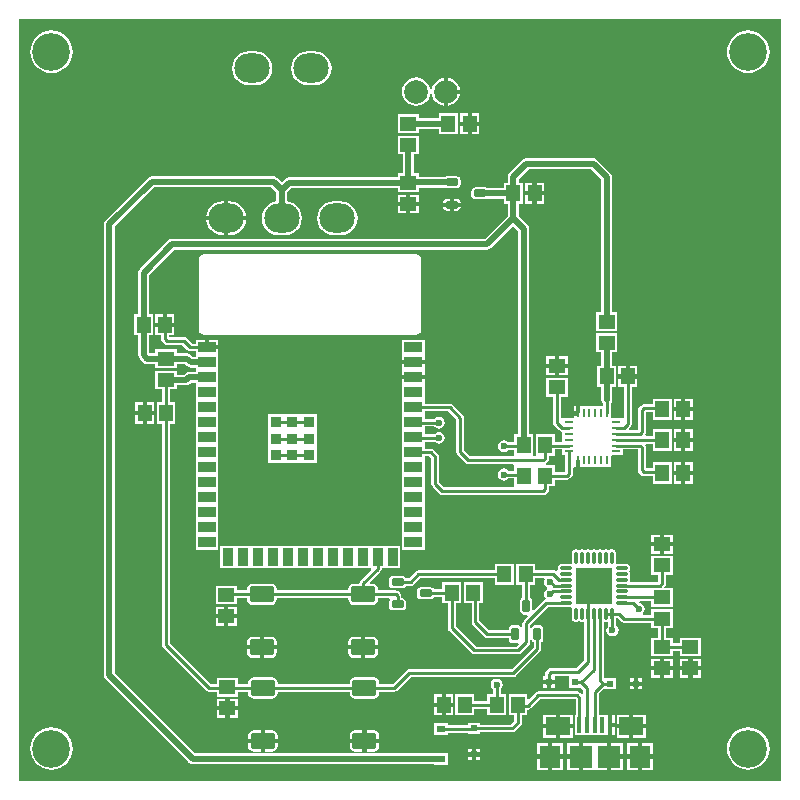
<source format=gtl>
G04*
G04 #@! TF.GenerationSoftware,Altium Limited,Altium Designer,21.8.1 (53)*
G04*
G04 Layer_Physical_Order=1*
G04 Layer_Color=255*
%FSLAX43Y43*%
%MOMM*%
G71*
G04*
G04 #@! TF.SameCoordinates,061CAFB7-BDB9-4B98-80DD-AB2B8D11B62C*
G04*
G04*
G04 #@! TF.FilePolarity,Positive*
G04*
G01*
G75*
%ADD36C,0.600*%
%ADD38C,3.200*%
%ADD39R,1.400X1.200*%
%ADD40R,1.200X1.400*%
G04:AMPARAMS|DCode=41|XSize=0.6mm|YSize=1.1mm|CornerRadius=0.12mm|HoleSize=0mm|Usage=FLASHONLY|Rotation=90.000|XOffset=0mm|YOffset=0mm|HoleType=Round|Shape=RoundedRectangle|*
%AMROUNDEDRECTD41*
21,1,0.600,0.860,0,0,90.0*
21,1,0.360,1.100,0,0,90.0*
1,1,0.240,0.430,0.180*
1,1,0.240,0.430,-0.180*
1,1,0.240,-0.430,-0.180*
1,1,0.240,-0.430,0.180*
%
%ADD41ROUNDEDRECTD41*%
%ADD42R,0.600X0.600*%
%ADD43R,0.600X0.600*%
%ADD44R,0.750X0.600*%
G04:AMPARAMS|DCode=45|XSize=2.1mm|YSize=1.4mm|CornerRadius=0.28mm|HoleSize=0mm|Usage=FLASHONLY|Rotation=180.000|XOffset=0mm|YOffset=0mm|HoleType=Round|Shape=RoundedRectangle|*
%AMROUNDEDRECTD45*
21,1,2.100,0.840,0,0,180.0*
21,1,1.540,1.400,0,0,180.0*
1,1,0.560,-0.770,0.420*
1,1,0.560,0.770,0.420*
1,1,0.560,0.770,-0.420*
1,1,0.560,-0.770,-0.420*
%
%ADD45ROUNDEDRECTD45*%
%ADD46R,1.900X1.900*%
%ADD47R,0.400X1.350*%
%ADD48R,2.100X1.600*%
%ADD49R,1.800X1.900*%
G04:AMPARAMS|DCode=50|XSize=0.6mm|YSize=1.1mm|CornerRadius=0.12mm|HoleSize=0mm|Usage=FLASHONLY|Rotation=180.000|XOffset=0mm|YOffset=0mm|HoleType=Round|Shape=RoundedRectangle|*
%AMROUNDEDRECTD50*
21,1,0.600,0.860,0,0,180.0*
21,1,0.360,1.100,0,0,180.0*
1,1,0.240,-0.180,0.430*
1,1,0.240,0.180,0.430*
1,1,0.240,0.180,-0.430*
1,1,0.240,-0.180,-0.430*
%
%ADD50ROUNDEDRECTD50*%
G04:AMPARAMS|DCode=51|XSize=0.97mm|YSize=0.26mm|CornerRadius=0.033mm|HoleSize=0mm|Usage=FLASHONLY|Rotation=180.000|XOffset=0mm|YOffset=0mm|HoleType=Round|Shape=RoundedRectangle|*
%AMROUNDEDRECTD51*
21,1,0.970,0.195,0,0,180.0*
21,1,0.905,0.260,0,0,180.0*
1,1,0.065,-0.453,0.098*
1,1,0.065,0.453,0.098*
1,1,0.065,0.453,-0.098*
1,1,0.065,-0.453,-0.098*
%
%ADD51ROUNDEDRECTD51*%
G04:AMPARAMS|DCode=52|XSize=0.97mm|YSize=0.26mm|CornerRadius=0.033mm|HoleSize=0mm|Usage=FLASHONLY|Rotation=90.000|XOffset=0mm|YOffset=0mm|HoleType=Round|Shape=RoundedRectangle|*
%AMROUNDEDRECTD52*
21,1,0.970,0.195,0,0,90.0*
21,1,0.905,0.260,0,0,90.0*
1,1,0.065,0.098,0.453*
1,1,0.065,0.098,-0.453*
1,1,0.065,-0.098,-0.453*
1,1,0.065,-0.098,0.453*
%
%ADD52ROUNDEDRECTD52*%
%ADD53R,3.150X3.150*%
%ADD54R,0.280X0.790*%
%ADD55R,0.790X0.280*%
%ADD56R,0.900X1.500*%
%ADD57R,1.500X0.900*%
%ADD58R,0.900X0.900*%
%ADD59C,0.250*%
%ADD60C,0.500*%
%ADD61C,2.000*%
%ADD62O,3.000X2.500*%
%ADD63C,0.500*%
G36*
X64745Y255D02*
X255D01*
Y64745D01*
X64745D01*
Y255D01*
D02*
G37*
%LPC*%
G36*
X62000Y63809D02*
X61647Y63774D01*
X61308Y63671D01*
X60995Y63504D01*
X60721Y63279D01*
X60496Y63005D01*
X60329Y62692D01*
X60226Y62353D01*
X60191Y62000D01*
X60226Y61647D01*
X60329Y61308D01*
X60496Y60995D01*
X60721Y60721D01*
X60995Y60496D01*
X61308Y60329D01*
X61647Y60226D01*
X62000Y60191D01*
X62353Y60226D01*
X62692Y60329D01*
X63005Y60496D01*
X63279Y60721D01*
X63504Y60995D01*
X63671Y61308D01*
X63774Y61647D01*
X63809Y62000D01*
X63774Y62353D01*
X63671Y62692D01*
X63504Y63005D01*
X63279Y63279D01*
X63005Y63504D01*
X62692Y63671D01*
X62353Y63774D01*
X62000Y63809D01*
D02*
G37*
G36*
X3000D02*
X2647Y63774D01*
X2308Y63671D01*
X1995Y63504D01*
X1721Y63279D01*
X1496Y63005D01*
X1329Y62692D01*
X1226Y62353D01*
X1191Y62000D01*
X1226Y61647D01*
X1329Y61308D01*
X1496Y60995D01*
X1721Y60721D01*
X1995Y60496D01*
X2308Y60329D01*
X2647Y60226D01*
X3000Y60191D01*
X3353Y60226D01*
X3692Y60329D01*
X4005Y60496D01*
X4279Y60721D01*
X4504Y60995D01*
X4671Y61308D01*
X4774Y61647D01*
X4809Y62000D01*
X4774Y62353D01*
X4671Y62692D01*
X4504Y63005D01*
X4279Y63279D01*
X4005Y63504D01*
X3692Y63671D01*
X3353Y63774D01*
X3000Y63809D01*
D02*
G37*
G36*
X25250Y62063D02*
X24750D01*
X24371Y62013D01*
X24019Y61867D01*
X23716Y61634D01*
X23483Y61331D01*
X23337Y60979D01*
X23287Y60600D01*
X23337Y60221D01*
X23483Y59869D01*
X23716Y59566D01*
X24019Y59333D01*
X24371Y59187D01*
X24750Y59137D01*
X25250D01*
X25629Y59187D01*
X25981Y59333D01*
X26284Y59566D01*
X26517Y59869D01*
X26663Y60221D01*
X26713Y60600D01*
X26663Y60979D01*
X26517Y61331D01*
X26284Y61634D01*
X25981Y61867D01*
X25629Y62013D01*
X25250Y62063D01*
D02*
G37*
G36*
X20250D02*
X19750D01*
X19371Y62013D01*
X19019Y61867D01*
X18716Y61634D01*
X18483Y61331D01*
X18337Y60979D01*
X18287Y60600D01*
X18337Y60221D01*
X18483Y59869D01*
X18716Y59566D01*
X19019Y59333D01*
X19371Y59187D01*
X19750Y59137D01*
X20250D01*
X20629Y59187D01*
X20981Y59333D01*
X21284Y59566D01*
X21517Y59869D01*
X21663Y60221D01*
X21713Y60600D01*
X21663Y60979D01*
X21517Y61331D01*
X21284Y61634D01*
X20981Y61867D01*
X20629Y62013D01*
X20250Y62063D01*
D02*
G37*
G36*
X36561Y59802D02*
Y58790D01*
X37573D01*
X37555Y58928D01*
X37434Y59220D01*
X37242Y59470D01*
X36991Y59663D01*
X36699Y59784D01*
X36561Y59802D01*
D02*
G37*
G36*
X37573Y58440D02*
X36561D01*
Y57427D01*
X36699Y57446D01*
X36991Y57566D01*
X37242Y57759D01*
X37434Y58009D01*
X37555Y58301D01*
X37573Y58440D01*
D02*
G37*
G36*
X33886Y59825D02*
X33573Y59784D01*
X33281Y59663D01*
X33030Y59470D01*
X32838Y59220D01*
X32717Y58928D01*
X32676Y58615D01*
X32717Y58301D01*
X32838Y58009D01*
X33030Y57759D01*
X33281Y57566D01*
X33573Y57446D01*
X33886Y57404D01*
X34199Y57446D01*
X34491Y57566D01*
X34742Y57759D01*
X34934Y58009D01*
X35055Y58301D01*
X35072Y58429D01*
X35200D01*
X35217Y58301D01*
X35338Y58009D01*
X35530Y57759D01*
X35781Y57566D01*
X36073Y57446D01*
X36211Y57427D01*
Y58615D01*
Y59802D01*
X36073Y59784D01*
X35781Y59663D01*
X35530Y59470D01*
X35338Y59220D01*
X35217Y58928D01*
X35200Y58800D01*
X35072D01*
X35055Y58928D01*
X34934Y59220D01*
X34742Y59470D01*
X34491Y59663D01*
X34199Y59784D01*
X33886Y59825D01*
D02*
G37*
G36*
X37400Y56800D02*
X35800D01*
Y56359D01*
X34100D01*
Y56700D01*
X32300D01*
Y55100D01*
X34100D01*
Y55441D01*
X35800D01*
Y55000D01*
X37400D01*
Y56800D01*
D02*
G37*
G36*
X39200D02*
X38575D01*
Y56075D01*
X39200D01*
Y56800D01*
D02*
G37*
G36*
X38225D02*
X37600D01*
Y56075D01*
X38225D01*
Y56800D01*
D02*
G37*
G36*
X39200Y55725D02*
X38575D01*
Y55000D01*
X39200D01*
Y55725D01*
D02*
G37*
G36*
X38225D02*
X37600D01*
Y55000D01*
X38225D01*
Y55725D01*
D02*
G37*
G36*
X34100Y54900D02*
X32300D01*
Y53300D01*
X32741D01*
Y51700D01*
X32300D01*
Y51359D01*
X23093D01*
X22917Y51324D01*
X22768Y51224D01*
X22500Y50956D01*
X22132Y51324D01*
X21983Y51424D01*
X21807Y51459D01*
X11500D01*
X11324Y51424D01*
X11176Y51324D01*
X7576Y47724D01*
X7476Y47576D01*
X7441Y47400D01*
Y9200D01*
X7476Y9024D01*
X7576Y8876D01*
X14646Y1806D01*
X14794Y1706D01*
X14970Y1671D01*
X35425D01*
Y1630D01*
X36575D01*
Y2630D01*
X35425D01*
Y2589D01*
X15160D01*
X8359Y9390D01*
Y47210D01*
X11690Y50541D01*
X21617D01*
X22041Y50117D01*
Y49335D01*
X21871Y49313D01*
X21519Y49167D01*
X21216Y48934D01*
X20983Y48631D01*
X20837Y48279D01*
X20787Y47900D01*
X20837Y47521D01*
X20983Y47169D01*
X21216Y46866D01*
X21519Y46633D01*
X21871Y46487D01*
X22250Y46437D01*
X22750D01*
X23129Y46487D01*
X23481Y46633D01*
X23784Y46866D01*
X24017Y47169D01*
X24163Y47521D01*
X24213Y47900D01*
X24163Y48279D01*
X24017Y48631D01*
X23784Y48934D01*
X23481Y49167D01*
X23129Y49313D01*
X22959Y49335D01*
Y50117D01*
X23283Y50441D01*
X32300D01*
Y50100D01*
X34100D01*
Y50466D01*
X36357D01*
X36470Y50444D01*
X37330D01*
X37455Y50469D01*
X37561Y50539D01*
X37631Y50645D01*
X37656Y50770D01*
Y51130D01*
X37631Y51255D01*
X37561Y51361D01*
X37455Y51431D01*
X37330Y51456D01*
X36470D01*
X36345Y51431D01*
X36274Y51384D01*
X34100D01*
Y51700D01*
X33659D01*
Y53300D01*
X34100D01*
Y54900D01*
D02*
G37*
G36*
X44700Y50900D02*
X44075D01*
Y50175D01*
X44700D01*
Y50900D01*
D02*
G37*
G36*
X43725D02*
X43100D01*
Y50175D01*
X43725D01*
Y50900D01*
D02*
G37*
G36*
X34100Y49900D02*
X33375D01*
Y49275D01*
X34100D01*
Y49900D01*
D02*
G37*
G36*
X33025D02*
X32300D01*
Y49275D01*
X33025D01*
Y49900D01*
D02*
G37*
G36*
X37330Y49556D02*
X37075D01*
Y49225D01*
X37656D01*
Y49230D01*
X37631Y49355D01*
X37561Y49461D01*
X37455Y49531D01*
X37330Y49556D01*
D02*
G37*
G36*
X36725D02*
X36470D01*
X36345Y49531D01*
X36239Y49461D01*
X36169Y49355D01*
X36144Y49230D01*
Y49225D01*
X36725D01*
Y49556D01*
D02*
G37*
G36*
X44700Y49825D02*
X44075D01*
Y49100D01*
X44700D01*
Y49825D01*
D02*
G37*
G36*
X43725D02*
X43100D01*
Y49100D01*
X43725D01*
Y49825D01*
D02*
G37*
G36*
X37656Y48875D02*
X37075D01*
Y48544D01*
X37330D01*
X37455Y48569D01*
X37561Y48639D01*
X37631Y48745D01*
X37656Y48870D01*
Y48875D01*
D02*
G37*
G36*
X36725D02*
X36144D01*
Y48870D01*
X36169Y48745D01*
X36239Y48639D01*
X36345Y48569D01*
X36470Y48544D01*
X36725D01*
Y48875D01*
D02*
G37*
G36*
X34100Y48925D02*
X33375D01*
Y48300D01*
X34100D01*
Y48925D01*
D02*
G37*
G36*
X33025D02*
X32300D01*
Y48300D01*
X33025D01*
Y48925D01*
D02*
G37*
G36*
X18050Y49363D02*
X17975D01*
Y48075D01*
X19489D01*
X19463Y48279D01*
X19317Y48631D01*
X19084Y48934D01*
X18781Y49167D01*
X18429Y49313D01*
X18050Y49363D01*
D02*
G37*
G36*
X17625D02*
X17550D01*
X17171Y49313D01*
X16819Y49167D01*
X16516Y48934D01*
X16283Y48631D01*
X16137Y48279D01*
X16111Y48075D01*
X17625D01*
Y49363D01*
D02*
G37*
G36*
X27450D02*
X26950D01*
X26571Y49313D01*
X26219Y49167D01*
X25916Y48934D01*
X25683Y48631D01*
X25537Y48279D01*
X25487Y47900D01*
X25537Y47521D01*
X25683Y47169D01*
X25916Y46866D01*
X26219Y46633D01*
X26571Y46487D01*
X26950Y46437D01*
X27450D01*
X27829Y46487D01*
X28181Y46633D01*
X28484Y46866D01*
X28717Y47169D01*
X28863Y47521D01*
X28913Y47900D01*
X28863Y48279D01*
X28717Y48631D01*
X28484Y48934D01*
X28181Y49167D01*
X27829Y49313D01*
X27450Y49363D01*
D02*
G37*
G36*
X19489Y47725D02*
X17975D01*
Y46437D01*
X18050D01*
X18429Y46487D01*
X18781Y46633D01*
X19084Y46866D01*
X19317Y47169D01*
X19463Y47521D01*
X19489Y47725D01*
D02*
G37*
G36*
X17625D02*
X16111D01*
X16137Y47521D01*
X16283Y47169D01*
X16516Y46866D01*
X16819Y46633D01*
X17171Y46487D01*
X17550Y46437D01*
X17625D01*
Y47725D01*
D02*
G37*
G36*
X13400Y39775D02*
X12775D01*
Y39050D01*
X13400D01*
Y39775D01*
D02*
G37*
G36*
X12425D02*
X11800D01*
Y39050D01*
X12425D01*
Y39775D01*
D02*
G37*
G36*
X48900Y52959D02*
X43200D01*
X43024Y52924D01*
X42876Y52824D01*
X41776Y51724D01*
X41676Y51576D01*
X41641Y51400D01*
Y50900D01*
X41300D01*
Y50459D01*
X39889D01*
X39855Y50481D01*
X39730Y50506D01*
X38870D01*
X38745Y50481D01*
X38639Y50411D01*
X38569Y50305D01*
X38544Y50180D01*
Y49820D01*
X38569Y49695D01*
X38639Y49589D01*
X38745Y49519D01*
X38870Y49494D01*
X39730D01*
X39855Y49519D01*
X39889Y49541D01*
X41300D01*
Y49100D01*
X41641D01*
Y48090D01*
X39710Y46159D01*
X13200D01*
X13024Y46124D01*
X12876Y46024D01*
X10476Y43624D01*
X10376Y43476D01*
X10341Y43300D01*
Y39775D01*
X10000D01*
Y37975D01*
X10341D01*
Y36300D01*
X10376Y36124D01*
X10476Y35976D01*
X10776Y35676D01*
X10924Y35576D01*
X11100Y35541D01*
X11800D01*
Y35200D01*
X13600D01*
Y35541D01*
X14310D01*
X14486Y35366D01*
X14634Y35266D01*
X14810Y35231D01*
X15200D01*
Y34879D01*
X14620D01*
X14444Y34844D01*
X14296Y34744D01*
X14210Y34659D01*
X13600D01*
Y35000D01*
X11800D01*
Y33400D01*
X12369D01*
Y32300D01*
X11900D01*
Y30500D01*
X12369D01*
Y11800D01*
X12394Y11673D01*
X12466Y11566D01*
X16128Y7904D01*
X16235Y7832D01*
X16362Y7807D01*
X17000D01*
Y7400D01*
X18800D01*
Y7807D01*
X19641D01*
Y7718D01*
X19678Y7531D01*
X19784Y7372D01*
X19943Y7266D01*
X20130Y7229D01*
X21670D01*
X21857Y7266D01*
X22016Y7372D01*
X22122Y7531D01*
X22159Y7718D01*
Y7807D01*
X28241D01*
Y7718D01*
X28278Y7531D01*
X28384Y7372D01*
X28543Y7266D01*
X28730Y7229D01*
X30270D01*
X30457Y7266D01*
X30616Y7372D01*
X30722Y7531D01*
X30759Y7718D01*
Y7807D01*
X32038D01*
X32165Y7832D01*
X32272Y7904D01*
X33437Y9069D01*
X42100D01*
X42227Y9094D01*
X42334Y9166D01*
X44384Y11216D01*
X44456Y11323D01*
X44481Y11450D01*
Y11986D01*
X44561Y12039D01*
X44631Y12145D01*
X44656Y12270D01*
Y13130D01*
X44631Y13255D01*
X44561Y13361D01*
X44455Y13431D01*
X44330Y13456D01*
X43970D01*
X43845Y13431D01*
X43739Y13361D01*
X43669Y13255D01*
X43658Y13204D01*
X43531Y13216D01*
Y13463D01*
X45037Y14969D01*
X46091D01*
X46107Y14965D01*
X46982D01*
X47048Y14918D01*
X47095Y14852D01*
Y13977D01*
X47113Y13887D01*
X47165Y13810D01*
X47242Y13758D01*
X47333Y13740D01*
X47528D01*
X47618Y13758D01*
X47680Y13800D01*
X47742Y13758D01*
X47833Y13740D01*
X48028D01*
X48099Y13682D01*
Y10467D01*
X47463Y9831D01*
X45300D01*
X45173Y9806D01*
X45066Y9734D01*
X44866Y9534D01*
X44794Y9427D01*
X44769Y9300D01*
Y9100D01*
X44600D01*
Y8775D01*
X45600D01*
Y9100D01*
X45699Y9169D01*
X46701D01*
X46800Y9100D01*
Y8100D01*
X47800D01*
X47800Y8100D01*
Y8100D01*
X47916Y8065D01*
X48019Y7963D01*
Y7630D01*
X47892Y7577D01*
X47734Y7734D01*
X47627Y7806D01*
X47500Y7831D01*
X44200D01*
X44073Y7806D01*
X43966Y7734D01*
X43417Y7186D01*
X43300Y7235D01*
Y7600D01*
X41700D01*
Y5800D01*
X42169D01*
Y5337D01*
X41863Y5031D01*
X39300D01*
Y5200D01*
X38300D01*
Y5016D01*
X36575D01*
Y5170D01*
X35425D01*
Y4170D01*
X36575D01*
Y4354D01*
X38300D01*
Y4200D01*
X39300D01*
Y4369D01*
X42000D01*
X42127Y4394D01*
X42234Y4466D01*
X42734Y4966D01*
X42806Y5073D01*
X42831Y5200D01*
Y5800D01*
X43300D01*
Y6297D01*
X43329D01*
X43455Y6322D01*
X43563Y6394D01*
X44337Y7169D01*
X47363D01*
X47369Y7163D01*
Y5875D01*
X47300D01*
Y4125D01*
X50125D01*
Y5000D01*
Y5875D01*
X49331D01*
Y7663D01*
X49707Y8038D01*
X49800Y8000D01*
Y8000D01*
X50800D01*
Y9000D01*
X49800D01*
X49761Y9111D01*
Y13682D01*
X49833Y13740D01*
X50028D01*
X50099Y13682D01*
Y13299D01*
X50029Y13195D01*
X49990Y13000D01*
X50029Y12805D01*
X50140Y12640D01*
X50305Y12529D01*
X50500Y12490D01*
X50695Y12529D01*
X50860Y12640D01*
X50971Y12805D01*
X51010Y13000D01*
X50971Y13195D01*
X50860Y13360D01*
X50761Y13427D01*
Y13961D01*
X50765Y13977D01*
Y14089D01*
X50892Y14095D01*
X51221Y13766D01*
X51328Y13694D01*
X51455Y13669D01*
X53800D01*
Y13200D01*
X54369D01*
Y12400D01*
X53800D01*
Y10800D01*
X55600D01*
Y11269D01*
X56200D01*
Y10800D01*
X58000D01*
Y12400D01*
X56200D01*
Y11931D01*
X55600D01*
Y12400D01*
X55031D01*
Y13200D01*
X55600D01*
Y14800D01*
X53800D01*
Y14331D01*
X53116D01*
X53077Y14458D01*
X53085Y14463D01*
X53195Y14629D01*
X53234Y14824D01*
X53195Y15019D01*
X53085Y15184D01*
X52920Y15295D01*
X52790Y15321D01*
X52777Y15342D01*
X52846Y15469D01*
X53800D01*
Y15000D01*
X55600D01*
Y16600D01*
X54935D01*
X54886Y16717D01*
X54934Y16766D01*
X55006Y16873D01*
X55031Y17000D01*
Y17700D01*
X55600D01*
Y19300D01*
X53800D01*
Y17700D01*
X54369D01*
Y17137D01*
X54363Y17131D01*
X52048D01*
X51990Y17202D01*
Y17397D01*
X51972Y17488D01*
X51930Y17550D01*
X51972Y17612D01*
X51990Y17702D01*
Y17897D01*
X51972Y17988D01*
X51930Y18050D01*
X51972Y18112D01*
X51990Y18202D01*
Y18397D01*
X51972Y18488D01*
X51920Y18565D01*
X51843Y18617D01*
X51752Y18635D01*
X50878D01*
X50812Y18682D01*
X50765Y18748D01*
Y19622D01*
X50747Y19713D01*
X50695Y19790D01*
X50618Y19842D01*
X50528Y19860D01*
X50333D01*
X50242Y19842D01*
X50180Y19800D01*
X50118Y19842D01*
X50028Y19860D01*
X49833D01*
X49742Y19842D01*
X49680Y19800D01*
X49618Y19842D01*
X49528Y19860D01*
X49333D01*
X49242Y19842D01*
X49180Y19800D01*
X49118Y19842D01*
X49028Y19860D01*
X48833D01*
X48742Y19842D01*
X48680Y19800D01*
X48618Y19842D01*
X48528Y19860D01*
X48333D01*
X48242Y19842D01*
X48180Y19800D01*
X48118Y19842D01*
X48028Y19860D01*
X47833D01*
X47742Y19842D01*
X47680Y19800D01*
X47618Y19842D01*
X47528Y19860D01*
X47333D01*
X47242Y19842D01*
X47165Y19790D01*
X47113Y19713D01*
X47095Y19622D01*
Y18748D01*
X47048Y18682D01*
X46982Y18635D01*
X46107D01*
X46017Y18617D01*
X45940Y18565D01*
X45888Y18488D01*
X45870Y18397D01*
Y18202D01*
X45888Y18112D01*
X45864Y18080D01*
X45734Y18034D01*
X45627Y18106D01*
X45500Y18131D01*
X43950D01*
Y18650D01*
X42350D01*
Y16850D01*
X42869D01*
Y15814D01*
X42789Y15761D01*
X42719Y15655D01*
X42694Y15530D01*
Y14670D01*
X42719Y14545D01*
X42789Y14439D01*
X42895Y14369D01*
X43020Y14344D01*
X43296D01*
X43348Y14217D01*
X42966Y13834D01*
X42894Y13727D01*
X42869Y13600D01*
Y13216D01*
X42742Y13204D01*
X42731Y13255D01*
X42661Y13361D01*
X42555Y13431D01*
X42430Y13456D01*
X42070D01*
X41945Y13431D01*
X41839Y13361D01*
X41769Y13255D01*
X41744Y13130D01*
Y13031D01*
X40037D01*
X39231Y13837D01*
Y15300D01*
X39500D01*
Y17100D01*
X37900D01*
Y15300D01*
X38569D01*
Y13700D01*
X38594Y13573D01*
X38666Y13466D01*
X39666Y12466D01*
X39773Y12394D01*
X39900Y12369D01*
X41744D01*
Y12270D01*
X41769Y12145D01*
X41839Y12039D01*
X41945Y11969D01*
X42070Y11944D01*
X42430D01*
X42512Y11960D01*
X42574Y11843D01*
X42363Y11631D01*
X38937D01*
X37231Y13337D01*
Y15300D01*
X37700D01*
Y17100D01*
X36100D01*
Y16481D01*
X35414D01*
X35361Y16561D01*
X35255Y16631D01*
X35130Y16656D01*
X34270D01*
X34145Y16631D01*
X34039Y16561D01*
X33969Y16455D01*
X33944Y16330D01*
Y15970D01*
X33969Y15845D01*
X34039Y15739D01*
X34145Y15669D01*
X34270Y15644D01*
X35130D01*
X35255Y15669D01*
X35361Y15739D01*
X35414Y15819D01*
X36100D01*
Y15300D01*
X36569D01*
Y13200D01*
X36594Y13073D01*
X36666Y12966D01*
X38566Y11066D01*
X38673Y10994D01*
X38800Y10969D01*
X42500D01*
X42627Y10994D01*
X42734Y11066D01*
X43434Y11766D01*
X43506Y11873D01*
X43531Y12000D01*
Y12184D01*
X43658Y12196D01*
X43669Y12145D01*
X43739Y12039D01*
X43819Y11986D01*
Y11587D01*
X41963Y9731D01*
X33300D01*
X33173Y9706D01*
X33066Y9634D01*
X31901Y8469D01*
X30759D01*
Y8558D01*
X30722Y8745D01*
X30616Y8904D01*
X30457Y9010D01*
X30270Y9047D01*
X28730D01*
X28543Y9010D01*
X28384Y8904D01*
X28278Y8745D01*
X28241Y8558D01*
Y8469D01*
X22159D01*
Y8558D01*
X22122Y8745D01*
X22016Y8904D01*
X21857Y9010D01*
X21670Y9047D01*
X20130D01*
X19943Y9010D01*
X19784Y8904D01*
X19678Y8745D01*
X19641Y8558D01*
Y8469D01*
X18800D01*
Y9000D01*
X17000D01*
Y8469D01*
X16499D01*
X13031Y11937D01*
Y30500D01*
X13500D01*
Y32300D01*
X13031D01*
Y33400D01*
X13600D01*
Y33741D01*
X14400D01*
X14576Y33776D01*
X14724Y33876D01*
X14810Y33961D01*
X15200D01*
Y32500D01*
Y31230D01*
Y29960D01*
Y28690D01*
Y27420D01*
Y26150D01*
Y24880D01*
Y23610D01*
Y22340D01*
Y21070D01*
Y19800D01*
X17100D01*
Y21070D01*
Y22340D01*
Y23610D01*
Y24880D01*
Y26150D01*
Y27420D01*
Y28690D01*
Y29960D01*
Y31230D01*
Y32500D01*
Y33770D01*
Y35040D01*
Y36310D01*
Y36785D01*
X16150D01*
Y36960D01*
X15975D01*
Y37610D01*
X15200D01*
Y37291D01*
X14877D01*
X14434Y37734D01*
X14327Y37806D01*
X14200Y37831D01*
X12937D01*
X12931Y37837D01*
Y37975D01*
X13400D01*
Y38700D01*
X12600D01*
X11800D01*
Y37975D01*
X12269D01*
Y37700D01*
X12294Y37573D01*
X12366Y37466D01*
X12566Y37266D01*
X12673Y37194D01*
X12800Y37169D01*
X14063D01*
X14506Y36726D01*
X14613Y36654D01*
X14740Y36629D01*
X15200D01*
Y36149D01*
X15000D01*
X14824Y36324D01*
X14676Y36424D01*
X14500Y36459D01*
X13600D01*
Y36800D01*
X11800D01*
Y36459D01*
X11290D01*
X11259Y36490D01*
Y37975D01*
X11600D01*
Y39775D01*
X11259D01*
Y43110D01*
X13390Y45241D01*
X39900D01*
X40076Y45276D01*
X40224Y45376D01*
X42100Y47251D01*
X42541Y46810D01*
Y29600D01*
X42200D01*
Y28931D01*
X41680D01*
X41660Y28960D01*
X41495Y29071D01*
X41300Y29110D01*
X41105Y29071D01*
X40940Y28960D01*
X40829Y28795D01*
X40790Y28600D01*
X40829Y28405D01*
X40940Y28240D01*
X41105Y28129D01*
X41300Y28090D01*
X41495Y28129D01*
X41660Y28240D01*
X41680Y28269D01*
X42200D01*
X42200Y27800D01*
X42101Y27731D01*
X38437D01*
X37931Y28237D01*
Y31000D01*
X37906Y31127D01*
X37834Y31234D01*
X36954Y32114D01*
X36847Y32186D01*
X36720Y32211D01*
X34600D01*
Y33770D01*
Y34245D01*
X32700D01*
Y33770D01*
Y32500D01*
Y31230D01*
Y29960D01*
Y28690D01*
Y27420D01*
Y26150D01*
Y24880D01*
Y23610D01*
Y22340D01*
Y21070D01*
Y19800D01*
X34600D01*
Y21070D01*
Y22340D01*
Y23610D01*
Y24880D01*
Y26150D01*
Y27420D01*
Y27739D01*
X34993D01*
X35169Y27563D01*
Y25400D01*
X35194Y25273D01*
X35266Y25166D01*
X35866Y24566D01*
X35973Y24494D01*
X36100Y24469D01*
X44654D01*
X44780Y24494D01*
X44888Y24566D01*
X45034Y24712D01*
X45106Y24820D01*
X45131Y24946D01*
Y25200D01*
X45600D01*
Y25769D01*
X46648D01*
X46775Y25794D01*
X46883Y25866D01*
X47064Y26047D01*
X47136Y26155D01*
X47161Y26282D01*
Y26728D01*
X47210Y26835D01*
X47375D01*
Y27430D01*
X47710D01*
Y26835D01*
X50390D01*
Y27764D01*
X50421Y27810D01*
X51365D01*
Y28319D01*
X52669D01*
Y26546D01*
X52694Y26420D01*
X52766Y26312D01*
X52912Y26166D01*
X53020Y26094D01*
X53146Y26069D01*
X53900D01*
Y25425D01*
X55500D01*
Y27225D01*
X53900D01*
Y26731D01*
X53331D01*
Y28500D01*
X53306Y28627D01*
X53263Y28692D01*
X53319Y28819D01*
X53900D01*
Y28225D01*
X55500D01*
Y30025D01*
X53900D01*
Y29481D01*
X53325D01*
X53265Y29608D01*
X53306Y29670D01*
X53331Y29796D01*
Y31469D01*
X53900D01*
Y30825D01*
X55500D01*
Y32625D01*
X53900D01*
Y32131D01*
X53146D01*
X53020Y32106D01*
X52912Y32034D01*
X52766Y31888D01*
X52694Y31780D01*
X52669Y31654D01*
Y29981D01*
X51916D01*
X51867Y30099D01*
X52034Y30266D01*
X52106Y30373D01*
X52131Y30500D01*
Y33600D01*
X52600D01*
Y34325D01*
X51800D01*
X51000D01*
Y33600D01*
X51469D01*
Y31046D01*
X51365Y30990D01*
X50421D01*
X50390Y31036D01*
Y31965D01*
X50381D01*
Y32261D01*
X50424Y32324D01*
X50459Y32500D01*
Y33600D01*
X50800D01*
Y35400D01*
X50459D01*
Y36550D01*
X50900D01*
Y38150D01*
X49100D01*
Y36550D01*
X49541D01*
Y35400D01*
X49200D01*
Y33600D01*
X49541D01*
Y32500D01*
X49576Y32324D01*
X49676Y32176D01*
X49719Y32147D01*
Y31965D01*
X47710D01*
Y31370D01*
X47550D01*
Y31195D01*
X47210D01*
Y31036D01*
X47179Y30990D01*
X46235D01*
X46131Y31046D01*
Y32800D01*
X46700D01*
Y34400D01*
X44900D01*
Y32800D01*
X45469D01*
Y30600D01*
X45494Y30473D01*
X45566Y30366D01*
X46001Y29931D01*
X46108Y29859D01*
X46235Y29834D01*
Y28981D01*
X45600D01*
Y29600D01*
X44000D01*
Y27800D01*
X43901Y27731D01*
X43899D01*
X43800Y27800D01*
X43800Y27858D01*
Y29600D01*
X43459D01*
Y47000D01*
X43424Y47176D01*
X43324Y47324D01*
X42559Y48090D01*
Y49100D01*
X42900D01*
Y50900D01*
X42559D01*
Y51210D01*
X43390Y52041D01*
X48710D01*
X49541Y51210D01*
Y39950D01*
X49100D01*
Y38350D01*
X50900D01*
Y39950D01*
X50459D01*
Y51400D01*
X50424Y51576D01*
X50324Y51724D01*
X49224Y52824D01*
X49076Y52924D01*
X48900Y52959D01*
D02*
G37*
G36*
X33900Y44858D02*
X15900D01*
X15744Y44827D01*
X15612Y44738D01*
X15523Y44606D01*
X15492Y44450D01*
Y38450D01*
X15523Y38294D01*
X15612Y38162D01*
X15744Y38073D01*
X15900Y38042D01*
X33900D01*
X34056Y38073D01*
X34188Y38162D01*
X34277Y38294D01*
X34308Y38450D01*
Y44450D01*
X34277Y44606D01*
X34188Y44738D01*
X34056Y44827D01*
X33900Y44858D01*
D02*
G37*
G36*
X17100Y37610D02*
X16325D01*
Y37135D01*
X17100D01*
Y37610D01*
D02*
G37*
G36*
X34600D02*
X32700D01*
Y36310D01*
Y35865D01*
X34600D01*
Y36310D01*
Y37610D01*
D02*
G37*
G36*
X46700Y36200D02*
X45975D01*
Y35575D01*
X46700D01*
Y36200D01*
D02*
G37*
G36*
X45625D02*
X44900D01*
Y35575D01*
X45625D01*
Y36200D01*
D02*
G37*
G36*
X52600Y35400D02*
X51975D01*
Y34675D01*
X52600D01*
Y35400D01*
D02*
G37*
G36*
X51625D02*
X51000D01*
Y34675D01*
X51625D01*
Y35400D01*
D02*
G37*
G36*
X46700Y35225D02*
X45975D01*
Y34600D01*
X46700D01*
Y35225D01*
D02*
G37*
G36*
X45625D02*
X44900D01*
Y34600D01*
X45625D01*
Y35225D01*
D02*
G37*
G36*
X34600Y35515D02*
X32700D01*
Y35040D01*
Y34595D01*
X34600D01*
Y35040D01*
Y35515D01*
D02*
G37*
G36*
X57300Y32625D02*
X56675D01*
Y31900D01*
X57300D01*
Y32625D01*
D02*
G37*
G36*
X56325D02*
X55700D01*
Y31900D01*
X56325D01*
Y32625D01*
D02*
G37*
G36*
X11700Y32300D02*
X11075D01*
Y31575D01*
X11700D01*
Y32300D01*
D02*
G37*
G36*
X10725D02*
X10100D01*
Y31575D01*
X10725D01*
Y32300D01*
D02*
G37*
G36*
X47375Y31965D02*
X47210D01*
Y31545D01*
X47375D01*
Y31965D01*
D02*
G37*
G36*
X57300Y31550D02*
X56675D01*
Y30825D01*
X57300D01*
Y31550D01*
D02*
G37*
G36*
X56325D02*
X55700D01*
Y30825D01*
X56325D01*
Y31550D01*
D02*
G37*
G36*
X11700Y31225D02*
X11075D01*
Y30500D01*
X11700D01*
Y31225D01*
D02*
G37*
G36*
X10725D02*
X10100D01*
Y30500D01*
X10725D01*
Y31225D01*
D02*
G37*
G36*
X57300Y30025D02*
X56675D01*
Y29300D01*
X57300D01*
Y30025D01*
D02*
G37*
G36*
X56325D02*
X55700D01*
Y29300D01*
X56325D01*
Y30025D01*
D02*
G37*
G36*
X57300Y28950D02*
X56675D01*
Y28225D01*
X57300D01*
Y28950D01*
D02*
G37*
G36*
X56325D02*
X55700D01*
Y28225D01*
X56325D01*
Y28950D01*
D02*
G37*
G36*
X22650Y31290D02*
Y31290D01*
X21350D01*
Y30017D01*
X21350Y29990D01*
Y29890D01*
X21350Y29863D01*
Y28617D01*
X21350Y28590D01*
Y28490D01*
X21350Y28463D01*
Y27190D01*
X22650D01*
Y27190D01*
X22750D01*
Y27190D01*
X24050D01*
Y27190D01*
X24150D01*
Y27190D01*
X25450D01*
Y28463D01*
X25450Y28490D01*
Y28590D01*
X25450Y28617D01*
Y29863D01*
X25450Y29890D01*
Y29990D01*
X25450Y30017D01*
Y31290D01*
X24173D01*
X24150Y31290D01*
Y31290D01*
X24050D01*
X24050Y31290D01*
X24027Y31290D01*
X22750D01*
Y31290D01*
X22650D01*
D02*
G37*
G36*
X57300Y27225D02*
X56675D01*
Y26500D01*
X57300D01*
Y27225D01*
D02*
G37*
G36*
X56325D02*
X55700D01*
Y26500D01*
X56325D01*
Y27225D01*
D02*
G37*
G36*
X57300Y26150D02*
X56675D01*
Y25425D01*
X57300D01*
Y26150D01*
D02*
G37*
G36*
X56325D02*
X55700D01*
Y25425D01*
X56325D01*
Y26150D01*
D02*
G37*
G36*
X55600Y21100D02*
X54875D01*
Y20475D01*
X55600D01*
Y21100D01*
D02*
G37*
G36*
X54525D02*
X53800D01*
Y20475D01*
X54525D01*
Y21100D01*
D02*
G37*
G36*
X55600Y20125D02*
X54875D01*
Y19500D01*
X55600D01*
Y20125D01*
D02*
G37*
G36*
X54525D02*
X53800D01*
Y19500D01*
X54525D01*
Y20125D01*
D02*
G37*
G36*
X42150Y18650D02*
X40550D01*
Y18081D01*
X34050D01*
X33923Y18056D01*
X33816Y17984D01*
X33263Y17431D01*
X33014D01*
X32961Y17511D01*
X32855Y17581D01*
X32730Y17606D01*
X31870D01*
X31745Y17581D01*
X31639Y17511D01*
X31569Y17405D01*
X31544Y17280D01*
Y16920D01*
X31569Y16795D01*
X31639Y16689D01*
X31745Y16619D01*
X31870Y16594D01*
X32730D01*
X32855Y16619D01*
X32961Y16689D01*
X33014Y16769D01*
X33400D01*
X33527Y16794D01*
X33634Y16866D01*
X34187Y17419D01*
X40550D01*
Y16850D01*
X42150D01*
Y18650D01*
D02*
G37*
G36*
X32535Y20150D02*
X17265D01*
Y18250D01*
X30015D01*
X30064Y18133D01*
X29166Y17234D01*
X29094Y17127D01*
X29069Y17000D01*
Y16971D01*
X28630D01*
X28443Y16934D01*
X28284Y16828D01*
X28178Y16669D01*
X28141Y16482D01*
Y16393D01*
X22059D01*
Y16482D01*
X22022Y16669D01*
X21916Y16828D01*
X21757Y16934D01*
X21570Y16971D01*
X20030D01*
X19843Y16934D01*
X19684Y16828D01*
X19578Y16669D01*
X19541Y16482D01*
Y16393D01*
X18700D01*
Y16800D01*
X16900D01*
Y15200D01*
X18700D01*
Y15731D01*
X19541D01*
Y15642D01*
X19578Y15455D01*
X19684Y15296D01*
X19843Y15190D01*
X20030Y15153D01*
X21570D01*
X21757Y15190D01*
X21916Y15296D01*
X22022Y15455D01*
X22059Y15642D01*
Y15731D01*
X28141D01*
Y15642D01*
X28178Y15455D01*
X28284Y15296D01*
X28443Y15190D01*
X28630Y15153D01*
X30170D01*
X30357Y15190D01*
X30516Y15296D01*
X30622Y15455D01*
X30659Y15642D01*
Y15731D01*
X31590D01*
X31626Y15642D01*
X31635Y15604D01*
X31569Y15505D01*
X31544Y15380D01*
Y15020D01*
X31569Y14895D01*
X31639Y14789D01*
X31745Y14719D01*
X31870Y14694D01*
X32730D01*
X32855Y14719D01*
X32961Y14789D01*
X33031Y14895D01*
X33056Y15020D01*
Y15380D01*
X33031Y15505D01*
X32961Y15611D01*
X32855Y15681D01*
X32730Y15706D01*
X32631D01*
Y15916D01*
X32606Y16042D01*
X32534Y16150D01*
X32388Y16296D01*
X32280Y16368D01*
X32154Y16393D01*
X30659D01*
Y16482D01*
X30622Y16669D01*
X30516Y16828D01*
X30357Y16934D01*
X30170Y16971D01*
X30006D01*
X29957Y17089D01*
X30849Y17981D01*
X30921Y18088D01*
X30946Y18215D01*
Y18250D01*
X32535D01*
Y20150D01*
D02*
G37*
G36*
X18700Y15000D02*
X17975D01*
Y14375D01*
X18700D01*
Y15000D01*
D02*
G37*
G36*
X17625D02*
X16900D01*
Y14375D01*
X17625D01*
Y15000D01*
D02*
G37*
G36*
X18700Y14025D02*
X17975D01*
Y13400D01*
X18700D01*
Y14025D01*
D02*
G37*
G36*
X17625D02*
X16900D01*
Y13400D01*
X17625D01*
Y14025D01*
D02*
G37*
G36*
X30170Y12471D02*
X29575D01*
Y11737D01*
X30659D01*
Y11982D01*
X30622Y12169D01*
X30516Y12328D01*
X30357Y12434D01*
X30170Y12471D01*
D02*
G37*
G36*
X29225D02*
X28630D01*
X28443Y12434D01*
X28284Y12328D01*
X28178Y12169D01*
X28141Y11982D01*
Y11737D01*
X29225D01*
Y12471D01*
D02*
G37*
G36*
X21570D02*
X20975D01*
Y11737D01*
X22059D01*
Y11982D01*
X22022Y12169D01*
X21916Y12328D01*
X21757Y12434D01*
X21570Y12471D01*
D02*
G37*
G36*
X20625D02*
X20030D01*
X19843Y12434D01*
X19684Y12328D01*
X19578Y12169D01*
X19541Y11982D01*
Y11737D01*
X20625D01*
Y12471D01*
D02*
G37*
G36*
X30659Y11387D02*
X29575D01*
Y10653D01*
X30170D01*
X30357Y10690D01*
X30516Y10796D01*
X30622Y10955D01*
X30659Y11142D01*
Y11387D01*
D02*
G37*
G36*
X29225D02*
X28141D01*
Y11142D01*
X28178Y10955D01*
X28284Y10796D01*
X28443Y10690D01*
X28630Y10653D01*
X29225D01*
Y11387D01*
D02*
G37*
G36*
X22059D02*
X20975D01*
Y10653D01*
X21570D01*
X21757Y10690D01*
X21916Y10796D01*
X22022Y10955D01*
X22059Y11142D01*
Y11387D01*
D02*
G37*
G36*
X20625D02*
X19541D01*
Y11142D01*
X19578Y10955D01*
X19684Y10796D01*
X19843Y10690D01*
X20030Y10653D01*
X20625D01*
Y11387D01*
D02*
G37*
G36*
X55600Y10600D02*
X54875D01*
Y9975D01*
X55600D01*
Y10600D01*
D02*
G37*
G36*
X54525D02*
X53800D01*
Y9975D01*
X54525D01*
Y10600D01*
D02*
G37*
G36*
X58000Y10600D02*
X57275D01*
Y9975D01*
X58000D01*
Y10600D01*
D02*
G37*
G36*
X56925D02*
X56200D01*
Y9975D01*
X56925D01*
Y10600D01*
D02*
G37*
G36*
X55600Y9625D02*
X54875D01*
Y9000D01*
X55600D01*
Y9625D01*
D02*
G37*
G36*
X54525D02*
X53800D01*
Y9000D01*
X54525D01*
Y9625D01*
D02*
G37*
G36*
X58000Y9625D02*
X57275D01*
Y9000D01*
X58000D01*
Y9625D01*
D02*
G37*
G36*
X56925D02*
X56200D01*
Y9000D01*
X56925D01*
Y9625D01*
D02*
G37*
G36*
X53000Y9000D02*
X52675D01*
Y8675D01*
X53000D01*
Y9000D01*
D02*
G37*
G36*
X52325D02*
X52000D01*
Y8675D01*
X52325D01*
Y9000D01*
D02*
G37*
G36*
X45600Y8425D02*
X45275D01*
Y8100D01*
X45600D01*
Y8425D01*
D02*
G37*
G36*
X44925D02*
X44600D01*
Y8100D01*
X44925D01*
Y8425D01*
D02*
G37*
G36*
X53000Y8325D02*
X52675D01*
Y8000D01*
X53000D01*
Y8325D01*
D02*
G37*
G36*
X52325D02*
X52000D01*
Y8000D01*
X52325D01*
Y8325D01*
D02*
G37*
G36*
X40700Y8910D02*
X40505Y8871D01*
X40340Y8760D01*
X40229Y8595D01*
X40190Y8400D01*
X40229Y8205D01*
X40340Y8040D01*
X40369Y8020D01*
Y7600D01*
X39900D01*
Y7031D01*
X38800D01*
Y7600D01*
X37200D01*
Y5800D01*
X38800D01*
Y6369D01*
X39900D01*
Y5800D01*
X41500D01*
Y7600D01*
X41031D01*
Y8020D01*
X41060Y8040D01*
X41171Y8205D01*
X41210Y8400D01*
X41171Y8595D01*
X41060Y8760D01*
X40895Y8871D01*
X40700Y8910D01*
D02*
G37*
G36*
X37000Y7600D02*
X36375D01*
Y6875D01*
X37000D01*
Y7600D01*
D02*
G37*
G36*
X36025D02*
X35400D01*
Y6875D01*
X36025D01*
Y7600D01*
D02*
G37*
G36*
X18800Y7200D02*
X18075D01*
Y6575D01*
X18800D01*
Y7200D01*
D02*
G37*
G36*
X17725D02*
X17000D01*
Y6575D01*
X17725D01*
Y7200D01*
D02*
G37*
G36*
X37000Y6525D02*
X36375D01*
Y5800D01*
X37000D01*
Y6525D01*
D02*
G37*
G36*
X36025D02*
X35400D01*
Y5800D01*
X36025D01*
Y6525D01*
D02*
G37*
G36*
X18800Y6225D02*
X18075D01*
Y5600D01*
X18800D01*
Y6225D01*
D02*
G37*
G36*
X17725D02*
X17000D01*
Y5600D01*
X17725D01*
Y6225D01*
D02*
G37*
G36*
X50700Y5875D02*
X50475D01*
Y5175D01*
X50700D01*
Y5875D01*
D02*
G37*
G36*
X53350Y5875D02*
X52275D01*
Y5050D01*
X53350D01*
Y5875D01*
D02*
G37*
G36*
X51925D02*
X50850D01*
Y5050D01*
X51925D01*
Y5875D01*
D02*
G37*
G36*
X47150D02*
X46075D01*
Y5050D01*
X47150D01*
Y5875D01*
D02*
G37*
G36*
X45725D02*
X44650D01*
Y5050D01*
X45725D01*
Y5875D01*
D02*
G37*
G36*
X50700Y4825D02*
X50475D01*
Y4125D01*
X50700D01*
Y4825D01*
D02*
G37*
G36*
X53350Y4700D02*
X52275D01*
Y3875D01*
X53350D01*
Y4700D01*
D02*
G37*
G36*
X51925D02*
X50850D01*
Y3875D01*
X51925D01*
Y4700D01*
D02*
G37*
G36*
X47150D02*
X46075D01*
Y3875D01*
X47150D01*
Y4700D01*
D02*
G37*
G36*
X45725D02*
X44650D01*
Y3875D01*
X45725D01*
Y4700D01*
D02*
G37*
G36*
X30270Y4547D02*
X29675D01*
Y3813D01*
X30759D01*
Y4058D01*
X30722Y4245D01*
X30616Y4404D01*
X30457Y4510D01*
X30270Y4547D01*
D02*
G37*
G36*
X21670D02*
X21075D01*
Y3813D01*
X22159D01*
Y4058D01*
X22122Y4245D01*
X22016Y4404D01*
X21857Y4510D01*
X21670Y4547D01*
D02*
G37*
G36*
X29325D02*
X28730D01*
X28543Y4510D01*
X28384Y4404D01*
X28278Y4245D01*
X28241Y4058D01*
Y3813D01*
X29325D01*
Y4547D01*
D02*
G37*
G36*
X20725D02*
X20130D01*
X19943Y4510D01*
X19784Y4404D01*
X19678Y4245D01*
X19641Y4058D01*
Y3813D01*
X20725D01*
Y4547D01*
D02*
G37*
G36*
X30759Y3463D02*
X29675D01*
Y2729D01*
X30270D01*
X30457Y2766D01*
X30616Y2872D01*
X30722Y3031D01*
X30759Y3218D01*
Y3463D01*
D02*
G37*
G36*
X29325D02*
X28241D01*
Y3218D01*
X28278Y3031D01*
X28384Y2872D01*
X28543Y2766D01*
X28730Y2729D01*
X29325D01*
Y3463D01*
D02*
G37*
G36*
X22159D02*
X21075D01*
Y2729D01*
X21670D01*
X21857Y2766D01*
X22016Y2872D01*
X22122Y3031D01*
X22159Y3218D01*
Y3463D01*
D02*
G37*
G36*
X20725D02*
X19641D01*
Y3218D01*
X19678Y3031D01*
X19784Y2872D01*
X19943Y2766D01*
X20130Y2729D01*
X20725D01*
Y3463D01*
D02*
G37*
G36*
X39300Y3000D02*
X38975D01*
Y2675D01*
X39300D01*
Y3000D01*
D02*
G37*
G36*
X38625D02*
X38300D01*
Y2675D01*
X38625D01*
Y3000D01*
D02*
G37*
G36*
X53900Y3475D02*
X52975D01*
Y2500D01*
X53900D01*
Y3475D01*
D02*
G37*
G36*
X52625D02*
X51700D01*
Y2500D01*
X52625D01*
Y3475D01*
D02*
G37*
G36*
X50375D02*
Y2500D01*
X51350D01*
Y3475D01*
X50375D01*
D02*
G37*
G36*
X47625D02*
X46650D01*
Y2500D01*
X47625D01*
Y3475D01*
D02*
G37*
G36*
X46300D02*
X45375D01*
Y2500D01*
X46300D01*
Y3475D01*
D02*
G37*
G36*
X45025D02*
X44100D01*
Y2500D01*
X45025D01*
Y3475D01*
D02*
G37*
G36*
X39300Y2325D02*
X38975D01*
Y2000D01*
X39300D01*
Y2325D01*
D02*
G37*
G36*
X38625D02*
X38300D01*
Y2000D01*
X38625D01*
Y2325D01*
D02*
G37*
G36*
X62000Y4809D02*
X61647Y4774D01*
X61308Y4671D01*
X60995Y4504D01*
X60721Y4279D01*
X60496Y4005D01*
X60329Y3692D01*
X60226Y3353D01*
X60191Y3000D01*
X60226Y2647D01*
X60329Y2308D01*
X60496Y1995D01*
X60721Y1721D01*
X60995Y1496D01*
X61308Y1329D01*
X61647Y1226D01*
X62000Y1191D01*
X62353Y1226D01*
X62692Y1329D01*
X63005Y1496D01*
X63279Y1721D01*
X63504Y1995D01*
X63671Y2308D01*
X63774Y2647D01*
X63809Y3000D01*
X63774Y3353D01*
X63671Y3692D01*
X63504Y4005D01*
X63279Y4279D01*
X63005Y4504D01*
X62692Y4671D01*
X62353Y4774D01*
X62000Y4809D01*
D02*
G37*
G36*
X3000D02*
X2647Y4774D01*
X2308Y4671D01*
X1995Y4504D01*
X1721Y4279D01*
X1496Y4005D01*
X1329Y3692D01*
X1226Y3353D01*
X1191Y3000D01*
X1226Y2647D01*
X1329Y2308D01*
X1496Y1995D01*
X1721Y1721D01*
X1995Y1496D01*
X2308Y1329D01*
X2647Y1226D01*
X3000Y1191D01*
X3353Y1226D01*
X3692Y1329D01*
X4005Y1496D01*
X4279Y1721D01*
X4504Y1995D01*
X4671Y2308D01*
X4774Y2647D01*
X4809Y3000D01*
X4774Y3353D01*
X4671Y3692D01*
X4504Y4005D01*
X4279Y4279D01*
X4005Y4504D01*
X3692Y4671D01*
X3353Y4774D01*
X3000Y4809D01*
D02*
G37*
G36*
X53900Y2150D02*
X52975D01*
Y1175D01*
X53900D01*
Y2150D01*
D02*
G37*
G36*
X52625D02*
X51700D01*
Y1175D01*
X52625D01*
Y2150D01*
D02*
G37*
G36*
X51350D02*
X50375D01*
Y1175D01*
X51350D01*
Y2150D01*
D02*
G37*
G36*
X46300D02*
X45375D01*
Y1175D01*
X46300D01*
Y2150D01*
D02*
G37*
G36*
X45025D02*
X44100D01*
Y1175D01*
X45025D01*
Y2150D01*
D02*
G37*
G36*
X47625D02*
X46650D01*
Y1175D01*
X47625D01*
Y2150D01*
D02*
G37*
G36*
X49050Y3475D02*
X48950D01*
X48923Y3475D01*
X47975D01*
Y2325D01*
Y1175D01*
X48923D01*
X48950Y1175D01*
X49050D01*
X49077Y1175D01*
X50025D01*
Y2325D01*
Y3475D01*
X49077D01*
X49050Y3475D01*
D02*
G37*
%LPD*%
G36*
X37269Y30863D02*
Y28100D01*
X37294Y27973D01*
X37366Y27866D01*
X38066Y27166D01*
X38173Y27094D01*
X38300Y27069D01*
X42101D01*
X42200Y27000D01*
X42200Y26942D01*
Y26531D01*
X41680D01*
X41660Y26560D01*
X41495Y26671D01*
X41300Y26710D01*
X41105Y26671D01*
X40940Y26560D01*
X40829Y26395D01*
X40790Y26200D01*
X40829Y26005D01*
X40940Y25840D01*
X41105Y25729D01*
X41300Y25690D01*
X41495Y25729D01*
X41660Y25840D01*
X41680Y25869D01*
X42200D01*
Y25258D01*
X42200Y25200D01*
X42101Y25131D01*
X36237D01*
X35831Y25537D01*
Y27700D01*
X35806Y27827D01*
X35734Y27934D01*
X35364Y28304D01*
X35257Y28376D01*
X35130Y28401D01*
X34600D01*
Y28969D01*
X35420D01*
X35440Y28940D01*
X35605Y28829D01*
X35800Y28790D01*
X35995Y28829D01*
X36160Y28940D01*
X36271Y29105D01*
X36310Y29300D01*
X36271Y29495D01*
X36160Y29660D01*
X35995Y29771D01*
X35800Y29810D01*
X35605Y29771D01*
X35440Y29660D01*
X35420Y29631D01*
X34600D01*
Y30269D01*
X35420D01*
X35440Y30240D01*
X35605Y30129D01*
X35800Y30090D01*
X35995Y30129D01*
X36160Y30240D01*
X36271Y30405D01*
X36310Y30600D01*
X36271Y30795D01*
X36160Y30960D01*
X35995Y31071D01*
X35800Y31110D01*
X35605Y31071D01*
X35440Y30960D01*
X35420Y30931D01*
X34600D01*
Y31549D01*
X36583D01*
X37269Y30863D01*
D02*
G37*
G36*
X46235Y27810D02*
X46499D01*
Y26431D01*
X45600D01*
Y27000D01*
X44868D01*
X44830Y27127D01*
X44888Y27166D01*
X45034Y27312D01*
X45106Y27420D01*
X45131Y27546D01*
Y27800D01*
X45600D01*
Y28319D01*
X46235D01*
Y27810D01*
D02*
G37*
G36*
X44760Y17342D02*
X44729Y17295D01*
X44690Y17100D01*
X44729Y16905D01*
X44840Y16740D01*
X44934Y16676D01*
Y16524D01*
X44840Y16460D01*
X44729Y16295D01*
X44690Y16100D01*
X44729Y15905D01*
X44840Y15740D01*
X44802Y15612D01*
X44773Y15606D01*
X44666Y15534D01*
X43833Y14702D01*
X43706Y14755D01*
Y15530D01*
X43681Y15655D01*
X43611Y15761D01*
X43531Y15814D01*
Y16850D01*
X43950D01*
Y17469D01*
X44692D01*
X44760Y17342D01*
D02*
G37*
D36*
X41300Y28600D02*
D03*
X50500Y13000D02*
D03*
X41300Y26200D02*
D03*
X52724Y14824D02*
D03*
X40700Y8400D02*
D03*
X45200Y17100D02*
D03*
Y16100D02*
D03*
X35800Y30600D02*
D03*
Y29300D02*
D03*
D38*
X62000Y62000D02*
D03*
X3000D02*
D03*
X62000Y3000D02*
D03*
X3000D02*
D03*
D39*
X54700Y20300D02*
D03*
Y18500D02*
D03*
X33200Y55900D02*
D03*
Y54100D02*
D03*
X33200Y50900D02*
D03*
Y49100D02*
D03*
X17900Y6400D02*
D03*
Y8200D02*
D03*
X50000Y39150D02*
D03*
Y37350D02*
D03*
X45800Y35400D02*
D03*
Y33600D02*
D03*
X54700Y15800D02*
D03*
Y14000D02*
D03*
X12700Y36000D02*
D03*
Y34200D02*
D03*
X17800Y14200D02*
D03*
Y16000D02*
D03*
X57100Y9800D02*
D03*
Y11600D02*
D03*
X54700Y9800D02*
D03*
Y11600D02*
D03*
D40*
X41350Y17750D02*
D03*
X43150D02*
D03*
X38700Y16200D02*
D03*
X36900D02*
D03*
X38400Y55900D02*
D03*
X36600D02*
D03*
X42100Y50000D02*
D03*
X43900D02*
D03*
X43000Y26100D02*
D03*
X44800D02*
D03*
X43000Y28700D02*
D03*
X44800D02*
D03*
X12600Y38875D02*
D03*
X10800D02*
D03*
X10900Y31400D02*
D03*
X12700D02*
D03*
X40700Y6700D02*
D03*
X42500D02*
D03*
X38000Y6700D02*
D03*
X36200D02*
D03*
X56500Y26325D02*
D03*
X54700D02*
D03*
Y29125D02*
D03*
X56500D02*
D03*
Y31725D02*
D03*
X54700D02*
D03*
X51800Y34500D02*
D03*
X50000D02*
D03*
D41*
X39300Y50000D02*
D03*
X36900Y49050D02*
D03*
Y50950D02*
D03*
X32300Y17100D02*
D03*
Y15200D02*
D03*
X34700Y16150D02*
D03*
D42*
X38800Y2500D02*
D03*
Y4700D02*
D03*
D43*
X47300Y8600D02*
D03*
X45100D02*
D03*
X50300Y8500D02*
D03*
X52500D02*
D03*
D44*
X36000Y4670D02*
D03*
Y2130D02*
D03*
D45*
X29500Y3638D02*
D03*
Y8138D02*
D03*
X20900Y3638D02*
D03*
Y8138D02*
D03*
X20800Y16062D02*
D03*
Y11562D02*
D03*
X29400Y16062D02*
D03*
Y11562D02*
D03*
D46*
X50200Y2325D02*
D03*
X47800D02*
D03*
D47*
X48350Y5000D02*
D03*
X49650D02*
D03*
X50300D02*
D03*
X49000D02*
D03*
X47700D02*
D03*
D48*
X45900Y4875D02*
D03*
X52100D02*
D03*
D49*
X45200Y2325D02*
D03*
X52800D02*
D03*
D50*
X42250Y12700D02*
D03*
X44150D02*
D03*
X43200Y15100D02*
D03*
D51*
X51300Y15300D02*
D03*
Y15800D02*
D03*
Y16300D02*
D03*
Y16800D02*
D03*
Y17300D02*
D03*
Y17800D02*
D03*
Y18300D02*
D03*
X46560D02*
D03*
Y17800D02*
D03*
Y17300D02*
D03*
Y16800D02*
D03*
Y16300D02*
D03*
Y15800D02*
D03*
Y15300D02*
D03*
D52*
X47430Y14430D02*
D03*
X47930D02*
D03*
X48430D02*
D03*
X48930D02*
D03*
X49430D02*
D03*
X49930D02*
D03*
X50430D02*
D03*
Y19170D02*
D03*
X49930D02*
D03*
X49430D02*
D03*
X48930D02*
D03*
X48430D02*
D03*
X47930D02*
D03*
X47430D02*
D03*
D53*
X48930Y16800D02*
D03*
D54*
X47550Y27430D02*
D03*
X48050D02*
D03*
X48550D02*
D03*
X49050D02*
D03*
X49550D02*
D03*
X50050D02*
D03*
Y31370D02*
D03*
X49550D02*
D03*
X49050D02*
D03*
X48550D02*
D03*
X48050D02*
D03*
X47550D02*
D03*
D55*
X50770Y28150D02*
D03*
Y28650D02*
D03*
Y29150D02*
D03*
Y29650D02*
D03*
Y30150D02*
D03*
Y30650D02*
D03*
X46830D02*
D03*
Y30150D02*
D03*
Y29650D02*
D03*
Y29150D02*
D03*
Y28650D02*
D03*
Y28150D02*
D03*
D56*
X31885Y19200D02*
D03*
X30615D02*
D03*
X29345D02*
D03*
X28075D02*
D03*
X26805D02*
D03*
X25535D02*
D03*
X24265D02*
D03*
X22995D02*
D03*
X21725D02*
D03*
X20455D02*
D03*
X19185D02*
D03*
X17915D02*
D03*
D57*
X33650Y36960D02*
D03*
Y35690D02*
D03*
Y34420D02*
D03*
Y33150D02*
D03*
Y31880D02*
D03*
Y30610D02*
D03*
Y29340D02*
D03*
Y28070D02*
D03*
Y26800D02*
D03*
Y25530D02*
D03*
Y24260D02*
D03*
Y22990D02*
D03*
Y21720D02*
D03*
Y20450D02*
D03*
X16150D02*
D03*
Y21720D02*
D03*
Y22990D02*
D03*
Y24260D02*
D03*
Y25530D02*
D03*
Y26800D02*
D03*
Y28070D02*
D03*
Y29340D02*
D03*
Y30610D02*
D03*
Y31880D02*
D03*
Y33150D02*
D03*
Y34420D02*
D03*
Y35690D02*
D03*
Y36960D02*
D03*
D58*
X24800Y30640D02*
D03*
X23400D02*
D03*
X22000D02*
D03*
X24800Y27840D02*
D03*
X23400D02*
D03*
X22000D02*
D03*
X24800Y29240D02*
D03*
X22000D02*
D03*
X23400D02*
D03*
D59*
X42600Y28600D02*
X42850Y28850D01*
X14740Y36960D02*
X16150D01*
X14200Y37500D02*
X14740Y36960D01*
X49000Y5000D02*
X49000Y5000D01*
X48350Y5000D02*
X48350Y5000D01*
X47700Y5000D02*
X47700Y5000D01*
X12700Y11800D02*
Y31400D01*
Y11800D02*
X16362Y8138D01*
X17838D01*
X44800Y28700D02*
X44850Y28650D01*
X46830D01*
X37600Y28100D02*
Y31000D01*
X33650Y31880D02*
X36720D01*
X37600Y31000D01*
Y28100D02*
X38300Y27400D01*
X44654D01*
X44800Y27546D02*
Y28700D01*
X44654Y27400D02*
X44800Y27546D01*
X42500Y11300D02*
X43200Y12000D01*
Y13600D02*
X44900Y15300D01*
X43200Y12000D02*
Y13600D01*
X43200Y17800D02*
X45500D01*
X43150Y17750D02*
X43200Y17800D01*
X45995Y17305D02*
X46555D01*
X45500Y17800D02*
X45995Y17305D01*
X46555D02*
X46560Y17300D01*
X42900Y26200D02*
X43000Y26100D01*
X41300Y26200D02*
X42900D01*
X41300Y28600D02*
X42600D01*
X50430Y13138D02*
Y14430D01*
Y13138D02*
X50500Y13068D01*
Y13000D02*
Y13068D01*
X44800Y24946D02*
Y26100D01*
X36100Y24800D02*
X44654D01*
X44800Y24946D01*
X33650Y28070D02*
X35130D01*
X35500Y27700D01*
Y25400D02*
Y27700D01*
Y25400D02*
X36100Y24800D01*
X46648Y26100D02*
X46830Y26282D01*
Y28150D01*
X44800Y26100D02*
X46648D01*
X49930Y14430D02*
X50430D01*
X54700Y11600D02*
X57100D01*
X57100Y11600D01*
X54700Y11600D02*
X54700Y11600D01*
X54700Y11600D02*
Y14000D01*
X44900Y15300D02*
X46560D01*
X38800Y11300D02*
X42500D01*
X36900Y13200D02*
X38800Y11300D01*
X36900Y13200D02*
Y16200D01*
X38900Y13700D02*
Y16000D01*
X39900Y12700D02*
X42250D01*
X38900Y13700D02*
X39900Y12700D01*
X34700Y16150D02*
X36850D01*
X36900Y16200D01*
X42100Y9400D02*
X44150Y11450D01*
X32038Y8138D02*
X33300Y9400D01*
X42100D01*
X29500Y8138D02*
X32038D01*
X44150Y11450D02*
Y12700D01*
X38700Y16200D02*
X38900Y16000D01*
X43150Y17750D02*
X43200Y17700D01*
Y15100D02*
Y17700D01*
X34050Y17750D02*
X41350D01*
X32300Y17100D02*
X33400D01*
X34050Y17750D01*
X32154Y16062D02*
X32300Y15916D01*
X29400Y16062D02*
X32154D01*
X32300Y15200D02*
Y15916D01*
X17962Y8138D02*
X20900D01*
X17900Y8200D02*
X17962Y8138D01*
X17838D02*
X17900Y8200D01*
X20900Y8138D02*
X29500D01*
X12700Y31400D02*
X12700Y31400D01*
X12700Y31400D02*
Y34200D01*
X40700Y6700D02*
X40700Y6700D01*
Y8400D01*
Y6700D02*
X40700Y6700D01*
X52248Y15300D02*
X52724Y14824D01*
X51300Y15800D02*
X54700D01*
X51300Y15300D02*
X52248D01*
X51025Y14430D02*
X51455Y14000D01*
X50430Y14430D02*
X51025D01*
X51455Y14000D02*
X54700D01*
X42571Y6629D02*
X43329D01*
X42500Y6700D02*
X42571Y6629D01*
X43329D02*
X44200Y7500D01*
X47500D01*
X47700Y5000D02*
Y7300D01*
X47500Y7500D02*
X47700Y7300D01*
X38000Y6700D02*
X40700D01*
X42000Y4700D02*
X42500Y5200D01*
Y6700D01*
X38800Y4700D02*
X42000D01*
X36015Y4685D02*
X38785D01*
X38800Y4700D01*
X36000Y4670D02*
X36015Y4685D01*
X22000Y29240D02*
X23400D01*
X45100Y9300D02*
X45300Y9500D01*
X45100Y8600D02*
Y9300D01*
X45300Y9500D02*
X47600D01*
X48430Y10330D02*
Y14430D01*
X47600Y9500D02*
X48430Y10330D01*
X50770Y30150D02*
X51450D01*
X51800Y30500D01*
Y34500D01*
X51800Y34500D02*
X51800Y34500D01*
X52850Y28650D02*
X53000Y28500D01*
Y26546D02*
X53146Y26400D01*
X53000Y26546D02*
Y28500D01*
X50770Y28650D02*
X52850D01*
X53146Y26400D02*
X54625D01*
X53000Y29796D02*
Y31654D01*
X53146Y31800D02*
X54625D01*
X50770Y29650D02*
X52854D01*
X53000Y29796D01*
Y31654D02*
X53146Y31800D01*
X54625Y26400D02*
X54700Y26325D01*
X54625Y31800D02*
X54700Y31725D01*
X50770Y29150D02*
X54675D01*
X54700Y29125D01*
X30615Y18215D02*
Y19200D01*
X22000Y27840D02*
X23400D01*
X24800D01*
X23400Y29240D02*
X24800D01*
X22000Y30640D02*
X23400D01*
X24800D01*
X12600Y37700D02*
Y38875D01*
X12800Y37500D02*
X14200D01*
X12600Y37700D02*
X12800Y37500D01*
X47850Y8600D02*
X48930Y9680D01*
Y14430D01*
X47850Y8600D02*
X48350Y8100D01*
X17862Y16062D02*
X20800D01*
X17800Y16000D02*
X17862Y16062D01*
X45800Y30600D02*
Y33600D01*
X46235Y30165D02*
X46815D01*
X45800Y30600D02*
X46235Y30165D01*
X46815D02*
X46830Y30150D01*
X51300Y16800D02*
X54500D01*
X54700Y17000D02*
Y18500D01*
X54500Y16800D02*
X54700Y17000D01*
X48430Y14430D02*
Y16300D01*
X48930Y16800D01*
X45200Y16100D02*
X45268D01*
X45468Y16300D02*
X46560D01*
X45268Y16100D02*
X45468Y16300D01*
X45268Y17100D02*
X45568Y16800D01*
X45200Y17100D02*
X45268D01*
X45568Y16800D02*
X46560D01*
X54700Y15800D02*
X54700Y15800D01*
X49430Y8770D02*
X49700Y8500D01*
X49430Y8770D02*
Y14430D01*
X49000Y5000D02*
Y7800D01*
X49700Y8500D02*
X50300D01*
X49000Y7800D02*
X49700Y8500D01*
X47300Y8600D02*
X47850D01*
X48350Y5000D02*
Y8100D01*
X29400Y16062D02*
Y17000D01*
X30615Y18215D01*
X20800Y16062D02*
X29400D01*
X50050Y31370D02*
Y32450D01*
X33690Y29300D02*
X35800D01*
X33650Y29340D02*
X33690Y29300D01*
X33660Y30600D02*
X35800D01*
X33650Y30610D02*
X33660Y30600D01*
D60*
X42100Y50000D02*
Y51400D01*
X39900Y45700D02*
X42100Y47900D01*
X43000Y47000D01*
X42100Y47900D02*
Y50000D01*
X39300D02*
X42100D01*
X39300Y50000D02*
X39300Y50000D01*
X43000Y28700D02*
Y47000D01*
X7900Y9200D02*
X14970Y2130D01*
X7900Y47400D02*
X11500Y51000D01*
X7900Y9200D02*
Y47400D01*
X11500Y51000D02*
X21807D01*
X22500Y50307D01*
Y47900D02*
Y50307D01*
X10800Y36300D02*
Y38875D01*
Y36300D02*
X11100Y36000D01*
X12700D01*
X10800Y38875D02*
Y43300D01*
X14970Y2130D02*
X36000D01*
X13200Y45700D02*
X39900D01*
X48900Y52500D02*
X50000Y51400D01*
Y39150D02*
Y51400D01*
X43200Y52500D02*
X48900D01*
X42100Y51400D02*
X43200Y52500D01*
X10800Y43300D02*
X13200Y45700D01*
X12700Y36000D02*
X12700Y36000D01*
X14500D01*
X14810Y35690D02*
X16150D01*
X14500Y36000D02*
X14810Y35690D01*
X33200Y50900D02*
X33200Y50900D01*
X22500Y50307D02*
X23093Y50900D01*
X33200D01*
X33225Y50925D02*
X36875D01*
X36900Y50950D01*
X33200Y54100D02*
X33200Y54100D01*
X33200Y50900D02*
X33225Y50925D01*
X33200Y50900D02*
Y54100D01*
X33200Y55900D02*
X36600D01*
X14620Y34420D02*
X16150D01*
X14400Y34200D02*
X14620Y34420D01*
X12700Y34200D02*
X14400D01*
X50000Y32500D02*
Y34500D01*
X50000Y34500D02*
X50000Y34500D01*
X50000Y34500D02*
Y37350D01*
D61*
X36386Y58615D02*
D03*
X33886D02*
D03*
D62*
X20000Y60600D02*
D03*
X25000D02*
D03*
X27200Y47900D02*
D03*
X22500D02*
D03*
X17800D02*
D03*
D63*
X9200Y30100D02*
D03*
Y32600D02*
D03*
X12800Y50300D02*
D03*
X13260Y48840D02*
D03*
X15300Y50300D02*
D03*
X16600D02*
D03*
X17200Y3100D02*
D03*
X18900D02*
D03*
X38400Y47000D02*
D03*
X35900D02*
D03*
X12200Y40900D02*
D03*
X26100Y28100D02*
D03*
X31900Y36240D02*
D03*
Y33700D02*
D03*
X29400D02*
D03*
X24600Y34500D02*
D03*
X22100D02*
D03*
X44600Y39400D02*
D03*
X47100D02*
D03*
Y36900D02*
D03*
X48600Y51200D02*
D03*
X50100Y25800D02*
D03*
X47600D02*
D03*
Y23300D02*
D03*
X50100D02*
D03*
X38800Y58700D02*
D03*
X41300D02*
D03*
X42600Y54600D02*
D03*
X40100D02*
D03*
Y57100D02*
D03*
X42600D02*
D03*
X32000Y47000D02*
D03*
X34500D02*
D03*
X48600Y48700D02*
D03*
X46100D02*
D03*
Y51200D02*
D03*
X44600Y36900D02*
D03*
X61000Y26000D02*
D03*
X58500D02*
D03*
Y28500D02*
D03*
X61000D02*
D03*
Y29900D02*
D03*
X58500D02*
D03*
Y32400D02*
D03*
X61000D02*
D03*
X56100Y22000D02*
D03*
X53600D02*
D03*
Y24500D02*
D03*
X56100D02*
D03*
X30700Y10300D02*
D03*
X28200D02*
D03*
Y12800D02*
D03*
X30700D02*
D03*
X28400Y5000D02*
D03*
X30700D02*
D03*
X29400Y36200D02*
D03*
X20800Y28000D02*
D03*
X18300D02*
D03*
Y30500D02*
D03*
X20800D02*
D03*
X28600Y28100D02*
D03*
X26100Y30600D02*
D03*
X28600D02*
D03*
X24500Y24100D02*
D03*
X22000D02*
D03*
Y26600D02*
D03*
X24500D02*
D03*
X24600Y32000D02*
D03*
X22100D02*
D03*
X17900Y37000D02*
D03*
X20400D02*
D03*
X12800Y52800D02*
D03*
X15300D02*
D03*
X19100Y50300D02*
D03*
X16600Y52800D02*
D03*
X19100D02*
D03*
X15300Y46800D02*
D03*
X12800D02*
D03*
X15300Y49300D02*
D03*
X14700Y40900D02*
D03*
X12200Y43400D02*
D03*
X14700D02*
D03*
X17200Y4200D02*
D03*
X18900D02*
D03*
X16500Y9900D02*
D03*
X19000D02*
D03*
Y12400D02*
D03*
X16500D02*
D03*
X54600Y7900D02*
D03*
X57100D02*
D03*
X57300Y3300D02*
D03*
X54800D02*
D03*
X57300Y5900D02*
D03*
X54800D02*
D03*
X53500Y35400D02*
D03*
X56000D02*
D03*
X53500Y33500D02*
D03*
X56000D02*
D03*
M02*

</source>
